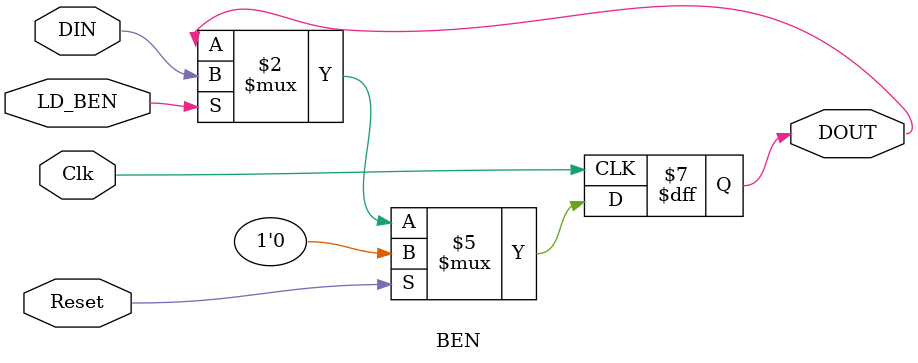
<source format=sv>
module BEN (// Inputs
                   input logic Clk, LD_BEN, Reset,
                   input logic DIN,
                   // Outputs
                   output logic DOUT
                  );

always_ff @ (posedge Clk ) begin
  if(Reset)
    DOUT <= 3'b000;
  else if (LD_BEN)
    DOUT <= DIN;
end

endmodule

</source>
